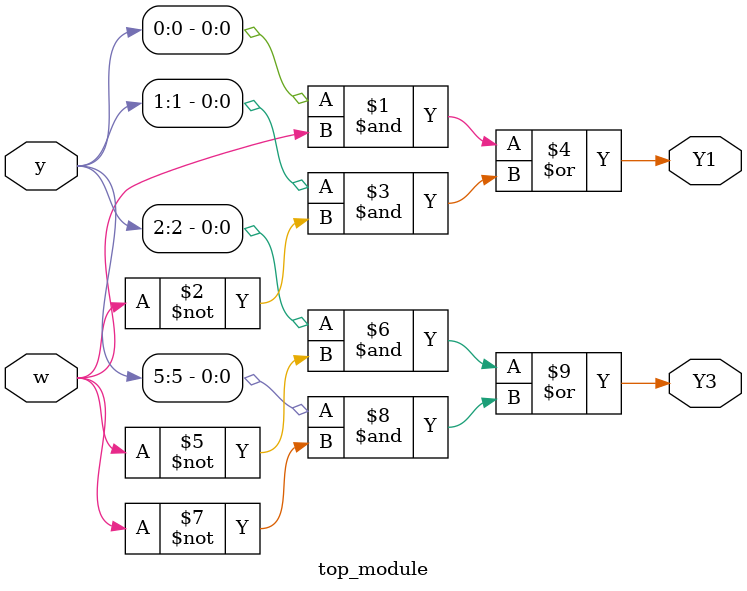
<source format=sv>
module top_module (
    input [5:0] y,
    input w,
    output Y1,
    output Y3
);
    // State encodings
    // y = 000001 (A), 000010 (B), 000100 (C), 001000 (D), 010000 (E), 100000 (F)

    // Y1: next state will be B when current state is A and w is 1
    // and also next state will be D when current state is B and w is 0
    assign Y1 = (y[0] & w) | (y[1] & ~w);

    // Y3: next state will be D when current state is C and w is 0
    // and also next state will be D when current state is F and w is 0
    assign Y3 = (y[2] & ~w) | (y[5] & ~w);

endmodule

</source>
